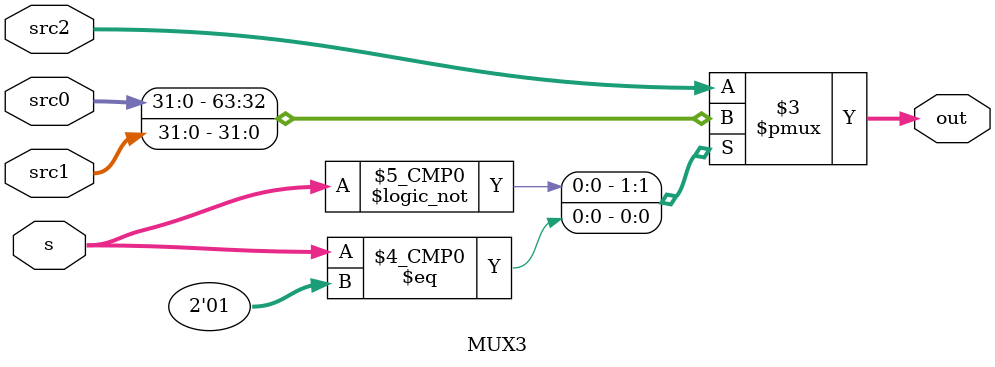
<source format=v>
module MUX3(
    input [1:0] s,
    input [31:0] src0,src1,src2,
    output reg [31:0] out
);
always@(*)
begin
    case(s)
    2'b00: out=src0;
    2'b01: out=src1;
    default: out = src2;
    endcase
end
endmodule
</source>
